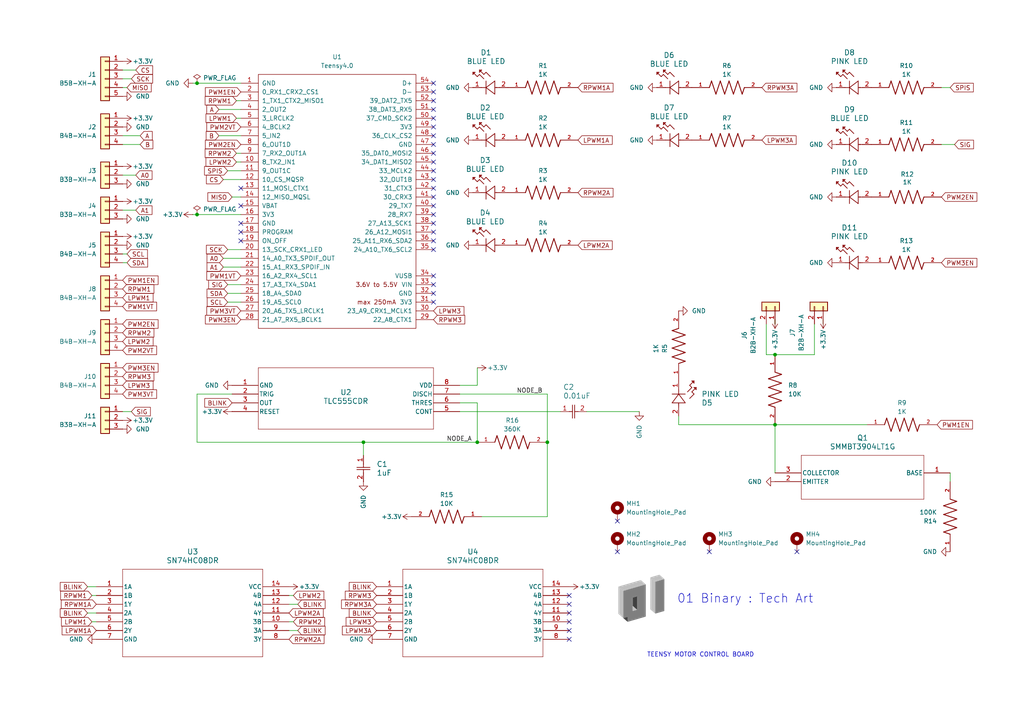
<source format=kicad_sch>
(kicad_sch (version 20250114) (generator "eeschema") (generator_version "9.0")
  (paper "A4")
  (polyline (pts (xy 180.7856 171.3838) (xy 180.7856 179.2657) (xy 179.3489 178.0169) (xy 179.3489 170.1323) (xy 180.7856 171.3838)) (stroke (width -0.0001) (type solid)) (fill (type color) (color 191 191 191 1)))
  (polyline (pts (xy 182.0477 180.3584) (xy 180.7856 179.2657) (xy 182.0477 178.9006) (xy 182.0477 180.3584)) (stroke (width -0.0001) (type solid)) (fill (type color) (color 63 63 63 1)))
  (polyline (pts (xy 190.0645 168.7062) (xy 190.046 177.9745) (xy 188.6146 176.7204) (xy 188.6305 167.4547) (xy 190.0645 168.7062)) (stroke (width -0.0001) (type solid)) (fill (type color) (color 191 191 191 1)))
  (polyline (pts (xy 184.7861 174.4291) (xy 184.7861 176.8342) (xy 183.524 175.7414) (xy 183.524 173.3364) (xy 184.7861 172.9713) (xy 184.7861 174.4291)) (stroke (width -0.0001) (type solid)) (fill (type color) (color 63 63 63 1)))
  (polyline (pts (xy 187.3023 169.4999) (xy 180.7856 171.3838) (xy 179.3489 170.1323) (xy 185.8683 168.2511) (xy 187.3023 169.4999)) (stroke (width -0.0001) (type solid)) (fill (type color) (color 191 191 191 1)))
  (polyline (pts (xy 192.6733 177.2152) (xy 190.046 177.9745) (xy 190.0645 168.7062) (xy 192.6919 167.9468) (xy 192.6733 177.2152)) (stroke (width -0.0001) (type solid)) (fill (type color) (color 127 127 127 1)))
  (polyline (pts (xy 192.6919 167.9468) (xy 190.0645 168.7062) (xy 188.6305 167.4547) (xy 191.2605 166.6953) (xy 192.6919 167.9468)) (stroke (width -0.0001) (type solid)) (fill (type color) (color 191 191 191 1)))
  (polyline (pts (xy 184.7861 176.8342) (xy 183.524 177.1993) (xy 183.524 175.7414) (xy 184.7861 176.8342)) (stroke (width -0.0001) (type solid)) (fill (type color) (color 191 191 191 1)))
  (polyline (pts (xy 187.3023 178.8397) (xy 182.0477 180.3584) (xy 182.0477 178.9006) (xy 180.7856 179.2657) (xy 180.7856 173.3364) (xy 183.524 173.3364) (xy 183.524 177.1993) (xy 184.7861 176.8342) (xy 184.7861 174.4291) (xy 184.7861 172.9713) (xy 183.524 173.3364) (xy 180.7856 173.3364) (xy 180.7856 171.3838) (xy 180.7856 171.3811) (xy 187.3023 169.4999) (xy 187.3023 178.8397)) (stroke (width -0.0001) (type solid)) (fill (type color) (color 127 127 127 1)))
  (text "TEENSY MOTOR CONTROL BOARD" (at 203.2 189.992 0) (effects (font (size 1.27 1.27))))
  (text "01 Binary : Tech Art" (at 216.154 173.736 0) (effects (font (size 2.54 2.54))))
  (junction (at 224.79 123.19))
  (junction (at 57.15 62.23))
  (junction (at 158.75 128.27))
  (junction (at 138.43 128.27))
  (junction (at 224.79 102.87))
  (junction (at 105.41 128.27))
  (junction (at 57.15 24.13))
  (no_connect (at 125.73 67.31))
  (no_connect (at 125.73 87.63))
  (no_connect (at 179.07 151.13))
  (no_connect (at 69.85 69.85))
  (no_connect (at 125.73 80.01))
  (no_connect (at 125.73 46.99))
  (no_connect (at 125.73 72.39))
  (no_connect (at 125.73 85.09))
  (no_connect (at 125.73 69.85))
  (no_connect (at 165.1 177.8))
  (no_connect (at 125.73 29.21))
  (no_connect (at 69.85 54.61))
  (no_connect (at 125.73 49.53))
  (no_connect (at 125.73 41.91))
  (no_connect (at 165.1 175.26))
  (no_connect (at 125.73 31.75))
  (no_connect (at 231.14 160.02))
  (no_connect (at 125.73 59.69))
  (no_connect (at 69.85 64.77))
  (no_connect (at 125.73 62.23))
  (no_connect (at 125.73 44.45))
  (no_connect (at 165.1 182.88))
  (no_connect (at 125.73 36.83))
  (no_connect (at 125.73 82.55))
  (no_connect (at 69.85 67.31))
  (no_connect (at 125.73 64.77))
  (no_connect (at 125.73 24.13))
  (no_connect (at 125.73 54.61))
  (no_connect (at 125.73 26.67))
  (no_connect (at 125.73 34.29))
  (no_connect (at 125.73 39.37))
  (no_connect (at 125.73 52.07))
  (no_connect (at 179.07 160.02))
  (no_connect (at 125.73 57.15))
  (no_connect (at 165.1 180.34))
  (no_connect (at 205.74 160.02))
  (no_connect (at 165.1 185.42))
  (no_connect (at 165.1 172.72))
  (no_connect (at 69.85 59.69))
  (wire (pts (xy 39.37 20.32) (xy 35.56 20.32)))
  (wire (pts (xy 66.04 72.39) (xy 69.85 72.39)))
  (wire (pts (xy 222.25 102.87) (xy 224.79 102.87)))
  (wire (pts (xy 236.22 93.98) (xy 236.22 102.87)))
  (wire (pts (xy 158.75 114.3) (xy 158.75 128.27)))
  (wire (pts (xy 38.1 119.38) (xy 35.56 119.38)))
  (wire (pts (xy 133.35 114.3) (xy 158.75 114.3)))
  (wire (pts (xy 25.4 170.18) (xy 27.94 170.18)))
  (wire (pts (xy 133.35 116.84) (xy 138.43 116.84)))
  (wire (pts (xy 57.15 62.23) (xy 69.85 62.23)))
  (wire (pts (xy 57.15 128.27) (xy 105.41 128.27)))
  (wire (pts (xy 64.77 52.07) (xy 69.85 52.07)))
  (wire (pts (xy 185.42 119.38) (xy 170.18 119.38)))
  (wire (pts (xy 40.64 39.37) (xy 35.56 39.37)))
  (wire (pts (xy 158.75 128.27) (xy 158.75 149.86)))
  (wire (pts (xy 36.83 73.66) (xy 35.56 73.66)))
  (wire (pts (xy 36.83 76.2) (xy 35.56 76.2)))
  (wire (pts (xy 26.67 172.72) (xy 27.94 172.72)))
  (wire (pts (xy 68.58 46.99) (xy 69.85 46.99)))
  (wire (pts (xy 66.04 87.63) (xy 69.85 87.63)))
  (wire (pts (xy 224.79 93.98) (xy 224.79 92.71)))
  (wire (pts (xy 133.35 119.38) (xy 162.56 119.38)))
  (wire (pts (xy 39.37 60.96) (xy 35.56 60.96)))
  (wire (pts (xy 85.09 180.34) (xy 83.82 180.34)))
  (wire (pts (xy 273.05 41.91) (xy 276.86 41.91)))
  (wire (pts (xy 273.05 25.4) (xy 275.59 25.4)))
  (wire (pts (xy 66.04 82.55) (xy 69.85 82.55)))
  (wire (pts (xy 105.41 132.08) (xy 105.41 128.27)))
  (wire (pts (xy 25.4 177.8) (xy 27.94 177.8)))
  (wire (pts (xy 39.37 50.8) (xy 35.56 50.8)))
  (wire (pts (xy 26.67 180.34) (xy 27.94 180.34)))
  (wire (pts (xy 196.85 120.65) (xy 196.85 123.19)))
  (wire (pts (xy 238.76 93.98) (xy 238.76 92.71)))
  (wire (pts (xy 68.58 44.45) (xy 69.85 44.45)))
  (wire (pts (xy 139.7 149.86) (xy 158.75 149.86)))
  (wire (pts (xy 224.79 123.19) (xy 224.79 137.16)))
  (wire (pts (xy 55.88 62.23) (xy 57.15 62.23)))
  (wire (pts (xy 138.43 111.76) (xy 133.35 111.76)))
  (wire (pts (xy 85.09 172.72) (xy 83.82 172.72)))
  (wire (pts (xy 67.31 57.15) (xy 69.85 57.15)))
  (wire (pts (xy 57.15 114.3) (xy 67.31 114.3)))
  (wire (pts (xy 66.04 49.53) (xy 69.85 49.53)))
  (wire (pts (xy 224.79 102.87) (xy 236.22 102.87)))
  (wire (pts (xy 64.77 74.93) (xy 69.85 74.93)))
  (wire (pts (xy 40.64 41.91) (xy 35.56 41.91)))
  (wire (pts (xy 224.79 123.19) (xy 251.46 123.19)))
  (wire (pts (xy 138.43 106.68) (xy 138.43 111.76)))
  (wire (pts (xy 196.85 123.19) (xy 224.79 123.19)))
  (wire (pts (xy 38.1 22.86) (xy 35.56 22.86)))
  (wire (pts (xy 63.5 39.37) (xy 69.85 39.37)))
  (wire (pts (xy 86.36 182.88) (xy 83.82 182.88)))
  (wire (pts (xy 55.88 24.13) (xy 57.15 24.13)))
  (wire (pts (xy 64.77 77.47) (xy 69.85 77.47)))
  (wire (pts (xy 66.04 85.09) (xy 69.85 85.09)))
  (wire (pts (xy 68.58 34.29) (xy 69.85 34.29)))
  (wire (pts (xy 36.83 25.4) (xy 35.56 25.4)))
  (wire (pts (xy 105.41 128.27) (xy 138.43 128.27)))
  (wire (pts (xy 68.58 29.21) (xy 69.85 29.21)))
  (wire (pts (xy 57.15 24.13) (xy 69.85 24.13)))
  (wire (pts (xy 222.25 93.98) (xy 222.25 102.87)))
  (wire (pts (xy 86.36 175.26) (xy 83.82 175.26)))
  (wire (pts (xy 275.59 137.16) (xy 275.59 139.7)))
  (wire (pts (xy 63.5 31.75) (xy 69.85 31.75)))
  (wire (pts (xy 138.43 116.84) (xy 138.43 128.27)))
  (wire (pts (xy 57.15 114.3) (xy 57.15 128.27)))
  (label "NODE_B" (at 149.86 114.3 0))
  (label "NODE_A" (at 129.54 128.27 0))
  (global_label "LPWM1" (shape input) (at 68.58 34.29 180) (property "Intersheetrefs" "${INTERSHEET_REFS}" (effects (hide yes))))
  (global_label "PWM1VT" (shape input) (at 35.56 88.9 0) (property "Intersheetrefs" "${INTERSHEET_REFS}" (effects (hide yes))))
  (global_label "CS" (shape input) (at 64.77 52.07 180) (property "Intersheetrefs" "${INTERSHEET_REFS}" (effects (hide yes))))
  (global_label "RPWM1" (shape input) (at 68.58 29.21 180) (property "Intersheetrefs" "${INTERSHEET_REFS}" (effects (hide yes))))
  (global_label "RPWM3" (shape input) (at 109.22 172.72 180) (property "Intersheetrefs" "${INTERSHEET_REFS}" (effects (hide yes))))
  (global_label "PWM3VT" (shape input) (at 35.56 114.3 0) (property "Intersheetrefs" "${INTERSHEET_REFS}" (effects (hide yes))))
  (global_label "CS" (shape input) (at 39.37 20.32 0) (property "Intersheetrefs" "${INTERSHEET_REFS}" (effects (hide yes))))
  (global_label "PWM3EN" (shape input) (at 35.56 106.68 0) (property "Intersheetrefs" "${INTERSHEET_REFS}" (effects (hide yes))))
  (global_label "LPWM2A" (shape input) (at 167.64 71.12 0) (property "Intersheetrefs" "${INTERSHEET_REFS}" (effects (hide yes))))
  (global_label "BLINK" (shape input) (at 109.22 170.18 180) (property "Intersheetrefs" "${INTERSHEET_REFS}" (effects (hide yes))))
  (global_label "LPWM2" (shape input) (at 35.56 99.06 0) (property "Intersheetrefs" "${INTERSHEET_REFS}" (effects (hide yes))))
  (global_label "PWM1EN" (shape input) (at 69.85 26.67 180) (property "Intersheetrefs" "${INTERSHEET_REFS}" (effects (hide yes))))
  (global_label "BLINK" (shape input) (at 67.31 116.84 180) (property "Intersheetrefs" "${INTERSHEET_REFS}" (effects (hide yes))))
  (global_label "A0" (shape input) (at 39.37 50.8 0) (property "Intersheetrefs" "${INTERSHEET_REFS}" (effects (hide yes))))
  (global_label "RPWM2A" (shape input) (at 83.82 185.42 0) (property "Intersheetrefs" "${INTERSHEET_REFS}" (effects (hide yes))))
  (global_label "SIG" (shape input) (at 38.1 119.38 0) (property "Intersheetrefs" "${INTERSHEET_REFS}" (effects (hide yes))))
  (global_label "A" (shape input) (at 40.64 39.37 0) (property "Intersheetrefs" "${INTERSHEET_REFS}" (effects (hide yes))))
  (global_label "RPWM3" (shape input) (at 125.73 92.71 0) (property "Intersheetrefs" "${INTERSHEET_REFS}" (effects (hide yes))))
  (global_label "LPWM3A" (shape input) (at 109.22 182.88 180) (property "Intersheetrefs" "${INTERSHEET_REFS}" (effects (hide yes))))
  (global_label "RPWM2" (shape input) (at 35.56 96.52 0) (property "Intersheetrefs" "${INTERSHEET_REFS}" (effects (hide yes))))
  (global_label "PWM2EN" (shape input) (at 35.56 93.98 0) (property "Intersheetrefs" "${INTERSHEET_REFS}" (effects (hide yes))))
  (global_label "RPWM1A" (shape input) (at 27.94 175.26 180) (property "Intersheetrefs" "${INTERSHEET_REFS}" (effects (hide yes))))
  (global_label "RPWM2A" (shape input) (at 167.64 55.88 0) (property "Intersheetrefs" "${INTERSHEET_REFS}" (effects (hide yes))))
  (global_label "BLINK" (shape input) (at 25.4 177.8 180) (property "Intersheetrefs" "${INTERSHEET_REFS}" (effects (hide yes))))
  (global_label "B" (shape input) (at 63.5 39.37 180) (property "Intersheetrefs" "${INTERSHEET_REFS}" (effects (hide yes))))
  (global_label "SPIS" (shape input) (at 275.59 25.4 0) (property "Intersheetrefs" "${INTERSHEET_REFS}" (effects (hide yes))))
  (global_label "PWM2VT" (shape input) (at 35.56 101.6 0) (property "Intersheetrefs" "${INTERSHEET_REFS}" (effects (hide yes))))
  (global_label "A" (shape input) (at 63.5 31.75 180) (property "Intersheetrefs" "${INTERSHEET_REFS}" (effects (hide yes))))
  (global_label "PWM3VT" (shape input) (at 69.85 90.17 180) (property "Intersheetrefs" "${INTERSHEET_REFS}" (effects (hide yes))))
  (global_label "LPWM2" (shape input) (at 68.58 46.99 180) (property "Intersheetrefs" "${INTERSHEET_REFS}" (effects (hide yes))))
  (global_label "PWM2EN" (shape input) (at 273.05 57.15 0) (property "Intersheetrefs" "${INTERSHEET_REFS}" (effects (hide yes))))
  (global_label "LPWM1" (shape input) (at 26.67 180.34 180) (property "Intersheetrefs" "${INTERSHEET_REFS}" (effects (hide yes))))
  (global_label "PWM1VT" (shape input) (at 69.85 80.01 180) (property "Intersheetrefs" "${INTERSHEET_REFS}" (effects (hide yes))))
  (global_label "LPWM1A" (shape input) (at 167.64 40.64 0) (property "Intersheetrefs" "${INTERSHEET_REFS}" (effects (hide yes))))
  (global_label "SCK" (shape input) (at 38.1 22.86 0) (property "Intersheetrefs" "${INTERSHEET_REFS}" (effects (hide yes))))
  (global_label "SDA" (shape input) (at 66.04 85.09 180) (property "Intersheetrefs" "${INTERSHEET_REFS}" (effects (hide yes))))
  (global_label "PWM1EN" (shape input) (at 271.78 123.19 0) (property "Intersheetrefs" "${INTERSHEET_REFS}" (effects (hide yes))))
  (global_label "BLINK" (shape input) (at 86.36 175.26 0) (property "Intersheetrefs" "${INTERSHEET_REFS}" (effects (hide yes))))
  (global_label "SCL" (shape input) (at 36.83 73.66 0) (property "Intersheetrefs" "${INTERSHEET_REFS}" (effects (hide yes))))
  (global_label "RPWM3A" (shape input) (at 109.22 175.26 180) (property "Intersheetrefs" "${INTERSHEET_REFS}" (effects (hide yes))))
  (global_label "LPWM1A" (shape input) (at 27.94 182.88 180) (property "Intersheetrefs" "${INTERSHEET_REFS}" (effects (hide yes))))
  (global_label "BLINK" (shape input) (at 86.36 182.88 0) (property "Intersheetrefs" "${INTERSHEET_REFS}" (effects (hide yes))))
  (global_label "PWM2VT" (shape input) (at 69.85 36.83 180) (property "Intersheetrefs" "${INTERSHEET_REFS}" (effects (hide yes))))
  (global_label "A1" (shape input) (at 64.77 77.47 180) (property "Intersheetrefs" "${INTERSHEET_REFS}" (effects (hide yes))))
  (global_label "RPWM3A" (shape input) (at 220.98 25.4 0) (property "Intersheetrefs" "${INTERSHEET_REFS}" (effects (hide yes))))
  (global_label "RPWM1" (shape input) (at 26.67 172.72 180) (property "Intersheetrefs" "${INTERSHEET_REFS}" (effects (hide yes))))
  (global_label "MISO" (shape input) (at 67.31 57.15 180) (property "Intersheetrefs" "${INTERSHEET_REFS}" (effects (hide yes))))
  (global_label "SIG" (shape input) (at 276.86 41.91 0) (property "Intersheetrefs" "${INTERSHEET_REFS}" (effects (hide yes))))
  (global_label "RPWM2" (shape input) (at 68.58 44.45 180) (property "Intersheetrefs" "${INTERSHEET_REFS}" (effects (hide yes))))
  (global_label "SPIS" (shape input) (at 66.04 49.53 180) (property "Intersheetrefs" "${INTERSHEET_REFS}" (effects (hide yes))))
  (global_label "LPWM3A" (shape input) (at 220.98 40.64 0) (property "Intersheetrefs" "${INTERSHEET_REFS}" (effects (hide yes))))
  (global_label "PWM3EN" (shape input) (at 273.05 76.2 0) (property "Intersheetrefs" "${INTERSHEET_REFS}" (effects (hide yes))))
  (global_label "RPWM2" (shape input) (at 85.09 180.34 0) (property "Intersheetrefs" "${INTERSHEET_REFS}" (effects (hide yes))))
  (global_label "RPWM3" (shape input) (at 35.56 109.22 0) (property "Intersheetrefs" "${INTERSHEET_REFS}" (effects (hide yes))))
  (global_label "BLINK" (shape input) (at 25.4 170.18 180) (property "Intersheetrefs" "${INTERSHEET_REFS}" (effects (hide yes))))
  (global_label "SDA" (shape input) (at 36.83 76.2 0) (property "Intersheetrefs" "${INTERSHEET_REFS}" (effects (hide yes))))
  (global_label "PWM2EN" (shape input) (at 69.85 41.91 180) (property "Intersheetrefs" "${INTERSHEET_REFS}" (effects (hide yes))))
  (global_label "LPWM3" (shape input) (at 35.56 111.76 0) (property "Intersheetrefs" "${INTERSHEET_REFS}" (effects (hide yes))))
  (global_label "LPWM3" (shape input) (at 125.73 90.17 0) (property "Intersheetrefs" "${INTERSHEET_REFS}" (effects (hide yes))))
  (global_label "A1" (shape input) (at 39.37 60.96 0) (property "Intersheetrefs" "${INTERSHEET_REFS}" (effects (hide yes))))
  (global_label "RPWM1A" (shape input) (at 167.64 25.4 0) (property "Intersheetrefs" "${INTERSHEET_REFS}" (effects (hide yes))))
  (global_label "A0" (shape input) (at 64.77 74.93 180) (property "Intersheetrefs" "${INTERSHEET_REFS}" (effects (hide yes))))
  (global_label "LPWM2" (shape input) (at 85.09 172.72 0) (property "Intersheetrefs" "${INTERSHEET_REFS}" (effects (hide yes))))
  (global_label "BLINK" (shape input) (at 109.22 177.8 180) (property "Intersheetrefs" "${INTERSHEET_REFS}" (effects (hide yes))))
  (global_label "SIG" (shape input) (at 66.04 82.55 180) (property "Intersheetrefs" "${INTERSHEET_REFS}" (effects (hide yes))))
  (global_label "RPWM1" (shape input) (at 35.56 83.82 0) (property "Intersheetrefs" "${INTERSHEET_REFS}" (effects (hide yes))))
  (global_label "B" (shape input) (at 40.64 41.91 0) (property "Intersheetrefs" "${INTERSHEET_REFS}" (effects (hide yes))))
  (global_label "MISO" (shape input) (at 36.83 25.4 0) (property "Intersheetrefs" "${INTERSHEET_REFS}" (effects (hide yes))))
  (global_label "SCL" (shape input) (at 66.04 87.63 180) (property "Intersheetrefs" "${INTERSHEET_REFS}" (effects (hide yes))))
  (global_label "PWM1EN" (shape input) (at 35.56 81.28 0) (property "Intersheetrefs" "${INTERSHEET_REFS}" (effects (hide yes))))
  (global_label "PWM3EN" (shape input) (at 69.85 92.71 180) (property "Intersheetrefs" "${INTERSHEET_REFS}" (effects (hide yes))))
  (global_label "SCK" (shape input) (at 66.04 72.39 180) (property "Intersheetrefs" "${INTERSHEET_REFS}" (effects (hide yes))))
  (global_label "LPWM2A" (shape input) (at 83.82 177.8 0) (property "Intersheetrefs" "${INTERSHEET_REFS}" (effects (hide yes))))
  (global_label "LPWM3" (shape input) (at 109.22 180.34 180) (property "Intersheetrefs" "${INTERSHEET_REFS}" (effects (hide yes))))
  (global_label "LPWM1" (shape input) (at 35.56 86.36 0) (property "Intersheetrefs" "${INTERSHEET_REFS}" (effects (hide yes))))
  (symbol (lib_id "power:GND") (at 137.16 25.4 270) (unit 1)
    (property "Reference" "#PWR022" (effects (hide yes)))
    (property "Value" "GND" (at 133.35 25.3999 90) (effects (justify right)))
    (property "Description" "Power symbol creates a global label with name \"GND\" , ground" (effects (hide yes)))
  )
  (symbol (lib_id "RCG06031K00FKEA:RCG06031K00FKEA") (at 261.62 123.19 0) (unit 1)
    (property "Reference" "R9" (at 261.62 116.84 0))
    (property "Value" "1K" (at 261.62 119.38 0))
    (property "Footprint" "RCG06031K00FKEA:RCG06031K00FKEA" (effects (hide yes)))
  )
  (symbol (lib_id "Connector_Generic:Conn_01x03") (at 30.48 60.96 0) (mirror y) (unit 1)
    (property "Reference" "J4" (at 27.94 59.6899 0) (effects (justify left)))
    (property "Value" "B3B-XH-A" (at 27.94 62.2299 0) (effects (justify left)))
    (property "Footprint" "Connector_JST:JST_XH_B3B-XH-A_1x03_P2.50mm_Vertical" (effects (hide yes)))
    (property "Description" "Generic connector, single row, 01x03, script generated (kicad-library-utils/schlib/autogen/connector/)" (effects (hide yes)))
  )
  (symbol (lib_id "power:GND") (at 224.79 139.7 270) (unit 1)
    (property "Reference" "#PWR033" (effects (hide yes)))
    (property "Value" "GND" (at 220.98 139.6999 90) (effects (justify right)))
    (property "Description" "Power symbol creates a global label with name \"GND\" , ground" (effects (hide yes)))
  )
  (symbol (lib_id "RCG06031K00FKEA:RCG06031K00FKEA") (at 157.48 71.12 0) (unit 1)
    (property "Reference" "R4" (at 157.48 64.77 0))
    (property "Value" "1K" (at 157.48 67.31 0))
    (property "Footprint" "RCG06031K00FKEA:RCG06031K00FKEA" (effects (hide yes)))
  )
  (symbol (lib_id "CRCW060310K0FKEA:CRCW060310K0FKEA") (at 129.54 149.86 180) (unit 1)
    (property "Reference" "R15" (at 129.54 143.51 0))
    (property "Value" "10K" (at 129.54 146.05 0))
    (property "Footprint" "CRCW060310K0FKEA:CRCW060310K0FKEA" (effects (hide yes)))
  )
  (symbol (lib_id "power:GND") (at 137.16 55.88 270) (unit 1)
    (property "Reference" "#PWR024" (effects (hide yes)))
    (property "Value" "GND" (at 133.35 55.8799 90) (effects (justify right)))
    (property "Description" "Power symbol creates a global label with name \"GND\" , ground" (effects (hide yes)))
  )
  (symbol (lib_id "TLC555CDR:TLC555CDR") (at 67.31 111.76 0) (unit 1)
    (property "Reference" "U2" (at 100.33 113.792 0) (effects (font (size 1.524 1.524))))
    (property "Value" "TLC555CDR" (at 100.33 116.332 0) (effects (font (size 1.524 1.524))))
    (property "Footprint" "TLC555CDR:TLC555CDR" (effects (hide yes)))
    (property "Datasheet" "https://www.ti.com/lit/gpn/tlc555" (effects (hide yes)))
  )
  (symbol (lib_id "XL-2012UPC:XL-2012SURC") (at 252.73 76.2 0) (mirror y) (unit 1)
    (property "Reference" "D11" (at 246.38 66.04 0) (effects (font (size 1.524 1.524))))
    (property "Value" "PINK LED" (at 246.38 68.58 0) (effects (font (size 1.524 1.524))))
    (property "Footprint" "XL-2012UPC:LED_XL-2012SURC_XLG" (effects (hide yes)))
    (property "Datasheet" "XL-2012SURC" (effects (hide yes)))
  )
  (symbol (lib_id "power:GND") (at 105.41 139.7 0) (mirror y) (unit 1)
    (property "Reference" "#PWR019" (effects (hide yes)))
    (property "Value" "GND" (at 105.4101 143.51 90) (effects (justify right)))
    (property "Description" "Power symbol creates a global label with name \"GND\" , ground" (effects (hide yes)))
  )
  (symbol (lib_id "CC0603JRX7R7BB105:CC0603JRX7R7BB105") (at 105.41 132.08 270) (unit 1)
    (property "Reference" "C1" (at 109.22 134.6199 90) (effects (font (size 1.524 1.524)) (justify left)))
    (property "Value" "1uF" (at 109.22 137.1599 90) (effects (font (size 1.524 1.524)) (justify left)))
    (property "Footprint" "CC0603JRX7R7BB105:CC0603JRX7R7BB105" (effects (hide yes)))
    (property "Datasheet" "CC0603JRX7R7BB105" (effects (hide yes)))
  )
  (symbol (lib_id "power:GND") (at 35.56 124.46 90) (mirror x) (unit 1)
    (property "Reference" "#PWR011" (effects (hide yes)))
    (property "Value" "GND" (at 39.37 124.4599 90) (effects (justify right)))
    (property "Description" "Power symbol creates a global label with name \"GND\" , ground" (effects (hide yes)))
  )
  (symbol (lib_id "CRCW0603100KFKEA:CRCW0603100KFKEA") (at 275.59 149.86 90) (unit 1)
    (property "Reference" "R14" (at 271.78 151.1301 90) (effects (justify left)))
    (property "Value" "100K" (at 271.78 148.5901 90) (effects (justify left)))
    (property "Footprint" "CRCW0603100KFKEA:CRCW0603100KFKEA" (effects (hide yes)))
  )
  (symbol (lib_id "Mechanical:MountingHole_Pad") (at 231.14 157.48 0) (unit 1) (in_bom no)
    (property "Reference" "MH4" (at 233.68 154.9399 0) (effects (justify left)))
    (property "Value" "MountingHole_Pad" (at 233.68 157.4799 0) (effects (justify left)))
    (property "Footprint" "MountingHole:MountingHole_3.2mm_M3_ISO7380_Pad" (effects (hide yes)))
    (property "Description" "Mounting Hole with connection" (effects (hide yes)))
  )
  (symbol (lib_id "RCG06031K00FKEA:RCG06031K00FKEA") (at 262.89 76.2 0) (unit 1)
    (property "Reference" "R13" (at 262.89 69.85 0))
    (property "Value" "1K" (at 262.89 72.39 0))
    (property "Footprint" "RCG06031K00FKEA:RCG06031K00FKEA" (effects (hide yes)))
  )
  (symbol (lib_id "CRCW060310K0FKEA:CRCW060310K0FKEA") (at 224.79 113.03 270) (unit 1)
    (property "Reference" "R8" (at 228.6 111.7599 90) (effects (justify left)))
    (property "Value" "10K" (at 228.6 114.2999 90) (effects (justify left)))
    (property "Footprint" "CRCW060310K0FKEA:CRCW060310K0FKEA" (effects (hide yes)))
  )
  (symbol (lib_id "power:+3.3V") (at 55.88 62.23 90) (unit 1)
    (property "Reference" "#PWR017" (effects (hide yes)))
    (property "Value" "+3.3V" (at 50.038 62.23 90))
    (property "Description" "Power symbol creates a global label with name \"+3.3V\"" (effects (hide yes)))
  )
  (symbol (lib_id "Mechanical:MountingHole_Pad") (at 179.07 157.48 0) (unit 1) (in_bom no)
    (property "Reference" "MH2" (at 181.61 154.9399 0) (effects (justify left)))
    (property "Value" "MountingHole_Pad" (at 181.61 157.4799 0) (effects (justify left)))
    (property "Footprint" "MountingHole:MountingHole_3.2mm_M3_ISO7380_Pad" (effects (hide yes)))
    (property "Description" "Mounting Hole with connection" (effects (hide yes)))
  )
  (symbol (lib_id "Connector_Generic:Conn_01x04") (at 30.48 96.52 0) (mirror y) (unit 1)
    (property "Reference" "J9" (at 27.94 96.5199 0) (effects (justify left)))
    (property "Value" "B4B-XH-A" (at 27.94 99.0599 0) (effects (justify left)))
    (property "Footprint" "Connector_JST:JST_XH_B4B-XH-A_1x04_P2.50mm_Vertical" (effects (hide yes)))
    (property "Description" "Generic connector, single row, 01x04, script generated (kicad-library-utils/schlib/autogen/connector/)" (effects (hide yes)))
  )
  (symbol (lib_id "RCG06031K00FKEA:RCG06031K00FKEA") (at 210.82 25.4 0) (unit 1)
    (property "Reference" "R6" (at 210.82 19.05 0))
    (property "Value" "1K" (at 210.82 21.59 0))
    (property "Footprint" "RCG06031K00FKEA:RCG06031K00FKEA" (effects (hide yes)))
  )
  (symbol (lib_id "power:+3.3V") (at 35.56 58.42 270) (mirror x) (unit 1)
    (property "Reference" "#PWR06" (effects (hide yes)))
    (property "Value" "+3.3V" (at 41.402 58.42 90))
    (property "Description" "Power symbol creates a global label with name \"+3.3V\"" (effects (hide yes)))
  )
  (symbol (lib_id "RCG06031K00FKEA:RCG06031K00FKEA") (at 262.89 25.4 0) (unit 1)
    (property "Reference" "R10" (at 262.89 19.05 0))
    (property "Value" "1K" (at 262.89 21.59 0))
    (property "Footprint" "RCG06031K00FKEA:RCG06031K00FKEA" (effects (hide yes)))
  )
  (symbol (lib_id "power:+3.3V") (at 35.56 48.26 270) (mirror x) (unit 1)
    (property "Reference" "#PWR08" (effects (hide yes)))
    (property "Value" "+3.3V" (at 41.402 48.26 90))
    (property "Description" "Power symbol creates a global label with name \"+3.3V\"" (effects (hide yes)))
  )
  (symbol (lib_id "Connector_Generic:Conn_01x04") (at 30.48 83.82 0) (mirror y) (unit 1)
    (property "Reference" "J8" (at 27.94 83.8199 0) (effects (justify left)))
    (property "Value" "B4B-XH-A" (at 27.94 86.3599 0) (effects (justify left)))
    (property "Footprint" "Connector_JST:JST_XH_B4B-XH-A_1x04_P2.50mm_Vertical" (effects (hide yes)))
    (property "Description" "Generic connector, single row, 01x04, script generated (kicad-library-utils/schlib/autogen/connector/)" (effects (hide yes)))
  )
  (symbol (lib_id "150080BS75000:150080BS75000") (at 147.32 25.4 0) (mirror y) (unit 1)
    (property "Reference" "D1" (at 140.97 15.24 0) (effects (font (size 1.524 1.524))))
    (property "Value" "BLUE LED" (at 140.97 17.78 0) (effects (font (size 1.524 1.524))))
    (property "Footprint" "150080BS75000:150080BS75000_Modified" (effects (hide yes)))
    (property "Datasheet" "https://www.we-online.com/catalog/datasheet/150080BS75000.pdf" (effects (hide yes)))
  )
  (symbol (lib_id "power:+3.3V") (at 35.56 17.78 270) (mirror x) (unit 1)
    (property "Reference" "#PWR04" (effects (hide yes)))
    (property "Value" "+3.3V" (at 41.402 17.78 90))
    (property "Description" "Power symbol creates a global label with name \"+3.3V\"" (effects (hide yes)))
  )
  (symbol (lib_id "power:+3.3V") (at 238.76 92.71 0) (mirror x) (unit 1)
    (property "Reference" "#PWR034" (effects (hide yes)))
    (property "Value" "+3.3V" (at 238.76 98.552 90))
    (property "Description" "Power symbol creates a global label with name \"+3.3V\"" (effects (hide yes)))
  )
  (symbol (lib_id "power:GND") (at 242.57 41.91 270) (unit 1)
    (property "Reference" "#PWR036" (effects (hide yes)))
    (property "Value" "GND" (at 238.76 41.9099 90) (effects (justify right)))
    (property "Description" "Power symbol creates a global label with name \"GND\" , ground" (effects (hide yes)))
  )
  (symbol (lib_id "power:+3.3V") (at 67.31 119.38 90) (unit 1)
    (property "Reference" "#PWR015" (effects (hide yes)))
    (property "Value" "+3.3V" (at 61.468 119.38 90))
    (property "Description" "Power symbol creates a global label with name \"+3.3V\"" (effects (hide yes)))
  )
  (symbol (lib_id "power:GND") (at 35.56 27.94 90) (mirror x) (unit 1)
    (property "Reference" "#PWR05" (effects (hide yes)))
    (property "Value" "GND" (at 39.37 27.9399 90) (effects (justify right)))
    (property "Description" "Power symbol creates a global label with name \"GND\" , ground" (effects (hide yes)))
  )
  (symbol (lib_id "power:GND") (at 242.57 76.2 270) (unit 1)
    (property "Reference" "#PWR038" (effects (hide yes)))
    (property "Value" "GND" (at 238.76 76.1999 90) (effects (justify right)))
    (property "Description" "Power symbol creates a global label with name \"GND\" , ground" (effects (hide yes)))
  )
  (symbol (lib_id "Mechanical:MountingHole_Pad") (at 205.74 157.48 0) (unit 1) (in_bom no)
    (property "Reference" "MH3" (at 208.28 154.9399 0) (effects (justify left)))
    (property "Value" "MountingHole_Pad" (at 208.28 157.4799 0) (effects (justify left)))
    (property "Footprint" "MountingHole:MountingHole_3.2mm_M3_ISO7380_Pad" (effects (hide yes)))
    (property "Description" "Mounting Hole with connection" (effects (hide yes)))
  )
  (symbol (lib_id "power:+3.3V") (at 83.82 170.18 270) (mirror x) (unit 1)
    (property "Reference" "#PWR018" (effects (hide yes)))
    (property "Value" "+3.3V" (at 89.662 170.18 90))
    (property "Description" "Power symbol creates a global label with name \"+3.3V\"" (effects (hide yes)))
  )
  (symbol (lib_id "power:GND") (at 242.57 25.4 270) (unit 1)
    (property "Reference" "#PWR035" (effects (hide yes)))
    (property "Value" "GND" (at 238.76 25.3999 90) (effects (justify right)))
    (property "Description" "Power symbol creates a global label with name \"GND\" , ground" (effects (hide yes)))
  )
  (symbol (lib_id "power:+3.3V") (at 224.79 92.71 0) (mirror x) (unit 1)
    (property "Reference" "#PWR032" (effects (hide yes)))
    (property "Value" "+3.3V" (at 224.79 98.552 90))
    (property "Description" "Power symbol creates a global label with name \"+3.3V\"" (effects (hide yes)))
  )
  (symbol (lib_id "150080BS75000:150080BS75000") (at 252.73 41.91 0) (mirror y) (unit 1)
    (property "Reference" "D9" (at 246.38 31.75 0) (effects (font (size 1.524 1.524))))
    (property "Value" "BLUE LED" (at 246.38 34.29 0) (effects (font (size 1.524 1.524))))
    (property "Footprint" "150080BS75000:150080BS75000_Modified" (effects (hide yes)))
    (property "Datasheet" "https://www.we-online.com/catalog/datasheet/150080BS75000.pdf" (effects (hide yes)))
  )
  (symbol (lib_id "power:GND") (at 137.16 71.12 270) (unit 1)
    (property "Reference" "#PWR025" (effects (hide yes)))
    (property "Value" "GND" (at 133.35 71.1199 90) (effects (justify right)))
    (property "Description" "Power symbol creates a global label with name \"GND\" , ground" (effects (hide yes)))
  )
  (symbol (lib_id "power:+3.3V") (at 35.56 34.29 270) (mirror x) (unit 1)
    (property "Reference" "#PWR02" (effects (hide yes)))
    (property "Value" "+3.3V" (at 41.402 34.29 90))
    (property "Description" "Power symbol creates a global label with name \"+3.3V\"" (effects (hide yes)))
  )
  (symbol (lib_id "Connector_Generic:Conn_01x02") (at 224.79 88.9 270) (mirror x) (unit 1)
    (property "Reference" "J6" (at 215.9 97.282 0))
    (property "Value" "B2B-XH-A" (at 218.44 97.282 0))
    (property "Footprint" "Connector_JST:JST_XH_B2B-XH-A_1x02_P2.50mm_Vertical" (effects (hide yes)))
    (property "Description" "Generic connector, single row, 01x02, script generated (kicad-library-utils/schlib/autogen/connector/)" (effects (hide yes)))
  )
  (symbol (lib_id "power:+3.3V") (at 138.43 106.68 270) (mirror x) (unit 1)
    (property "Reference" "#PWR026" (effects (hide yes)))
    (property "Value" "+3.3V" (at 144.272 106.68 90))
    (property "Description" "Power symbol creates a global label with name \"+3.3V\"" (effects (hide yes)))
  )
  (symbol (lib_id "power:GND") (at 55.88 24.13 270) (unit 1)
    (property "Reference" "#PWR016" (effects (hide yes)))
    (property "Value" "GND" (at 52.07 24.1299 90) (effects (justify right)))
    (property "Description" "Power symbol creates a global label with name \"GND\" , ground" (effects (hide yes)))
  )
  (symbol (lib_id "SMMBT3904LT1G:SMMBT3904LT1G") (at 275.59 137.16 0) (mirror y) (unit 1)
    (property "Reference" "Q1" (at 250.19 127 0) (effects (font (size 1.524 1.524))))
    (property "Value" "SMMBT3904LT1G" (at 250.19 129.54 0) (effects (font (size 1.524 1.524))))
    (property "Footprint" "SMMBT3904LT1G:SMMBT3904LT1G" (effects (hide yes)))
    (property "Datasheet" "SMMBT3904LT1G" (effects (hide yes)))
  )
  (symbol (lib_id "Connector_Generic:Conn_01x04") (at 30.48 36.83 0) (mirror y) (unit 1)
    (property "Reference" "J2" (at 27.94 36.8299 0) (effects (justify left)))
    (property "Value" "B4B-XH-A" (at 27.94 39.3699 0) (effects (justify left)))
    (property "Footprint" "Connector_JST:JST_XH_B4B-XH-A_1x04_P2.50mm_Vertical" (effects (hide yes)))
    (property "Description" "Generic connector, single row, 01x04, script generated (kicad-library-utils/schlib/autogen/connector/)" (effects (hide yes)))
  )
  (symbol (lib_id "power:GND") (at 190.5 40.64 270) (unit 1)
    (property "Reference" "#PWR030" (effects (hide yes)))
    (property "Value" "GND" (at 186.69 40.6399 90) (effects (justify right)))
    (property "Description" "Power symbol creates a global label with name \"GND\" , ground" (effects (hide yes)))
  )
  (symbol (lib_id "power:+3.3V") (at 119.38 149.86 90) (unit 1)
    (property "Reference" "#PWR021" (effects (hide yes)))
    (property "Value" "+3.3V" (at 113.538 149.86 90))
    (property "Description" "Power symbol creates a global label with name \"+3.3V\"" (effects (hide yes)))
  )
  (symbol (lib_id "RCG06031K00FKEA:RCG06031K00FKEA") (at 157.48 40.64 0) (unit 1)
    (property "Reference" "R2" (at 157.48 34.29 0))
    (property "Value" "1K" (at 157.48 36.83 0))
    (property "Footprint" "RCG06031K00FKEA:RCG06031K00FKEA" (effects (hide yes)))
  )
  (symbol (lib_id "RCG06031K00FKEA:RCG06031K00FKEA") (at 210.82 40.64 0) (unit 1)
    (property "Reference" "R7" (at 210.82 34.29 0))
    (property "Value" "1K" (at 210.82 36.83 0))
    (property "Footprint" "RCG06031K00FKEA:RCG06031K00FKEA" (effects (hide yes)))
  )
  (symbol (lib_id "SN74HC08DR:SN74HC08DR") (at 27.94 170.18 0) (unit 1)
    (property "Reference" "U3" (at 55.88 160.02 0) (effects (font (size 1.524 1.524))))
    (property "Value" "SN74HC08DR" (at 55.88 162.56 0) (effects (font (size 1.524 1.524))))
    (property "Footprint" "SN74HC08DR:SN74HC08DR" (effects (hide yes)))
    (property "Datasheet" "https://www.ti.com/lit/gpn/sn74hc08" (effects (hide yes)))
  )
  (symbol (lib_id "150080BS75000:150080BS75000") (at 147.32 40.64 0) (mirror y) (unit 1)
    (property "Reference" "D2" (at 140.716 31.242 0) (effects (font (size 1.524 1.524))))
    (property "Value" "BLUE LED" (at 140.716 33.782 0) (effects (font (size 1.524 1.524))))
    (property "Footprint" "150080BS75000:150080BS75000_Modified" (effects (hide yes)))
    (property "Datasheet" "https://www.we-online.com/catalog/datasheet/150080BS75000.pdf" (effects (hide yes)))
  )
  (symbol (lib_id "150080BS75000:150080BS75000") (at 200.66 40.64 0) (mirror y) (unit 1)
    (property "Reference" "D7" (at 194.056 31.242 0) (effects (font (size 1.524 1.524))))
    (property "Value" "BLUE LED" (at 194.056 33.782 0) (effects (font (size 1.524 1.524))))
    (property "Footprint" "150080BS75000:150080BS75000_Modified" (effects (hide yes)))
    (property "Datasheet" "https://www.we-online.com/catalog/datasheet/150080BS75000.pdf" (effects (hide yes)))
  )
  (symbol (lib_id "150080BS75000:150080BS75000") (at 200.66 25.4 0) (mirror y) (unit 1)
    (property "Reference" "D6" (at 194.056 16.002 0) (effects (font (size 1.524 1.524))))
    (property "Value" "BLUE LED" (at 194.056 18.542 0) (effects (font (size 1.524 1.524))))
    (property "Footprint" "150080BS75000:150080BS75000_Modified" (effects (hide yes)))
    (property "Datasheet" "https://www.we-online.com/catalog/datasheet/150080BS75000.pdf" (effects (hide yes)))
  )
  (symbol (lib_id "power:GND") (at 242.57 57.15 270) (unit 1)
    (property "Reference" "#PWR037" (effects (hide yes)))
    (property "Value" "GND" (at 238.76 57.1499 90) (effects (justify right)))
    (property "Description" "Power symbol creates a global label with name \"GND\" , ground" (effects (hide yes)))
  )
  (symbol (lib_id "power:GND") (at 185.42 119.38 0) (unit 1)
    (property "Reference" "#PWR028" (effects (hide yes)))
    (property "Value" "GND" (at 185.4199 123.19 90) (effects (justify right)))
    (property "Description" "Power symbol creates a global label with name \"GND\" , ground" (effects (hide yes)))
  )
  (symbol (lib_id "power:GND") (at 27.94 185.42 270) (unit 1)
    (property "Reference" "#PWR01" (effects (hide yes)))
    (property "Value" "GND" (at 24.13 185.4199 90) (effects (justify right)))
    (property "Description" "Power symbol creates a global label with name \"GND\" , ground" (effects (hide yes)))
  )
  (symbol (lib_id "Teensy:Teensy4.0") (at 97.79 58.42 0) (unit 1)
    (property "Reference" "U1" (at 97.79 16.51 0))
    (property "Value" "Teensy4.0" (at 97.79 19.05 0))
    (property "Footprint" "Teensy:Teensy40_SMT" (effects (hide yes)))
  )
  (symbol (lib_id "150080BS75000:150080BS75000") (at 147.32 55.88 0) (mirror y) (unit 1)
    (property "Reference" "D3" (at 140.716 46.482 0) (effects (font (size 1.524 1.524))))
    (property "Value" "BLUE LED" (at 140.716 49.022 0) (effects (font (size 1.524 1.524))))
    (property "Footprint" "150080BS75000:150080BS75000_Modified" (effects (hide yes)))
    (property "Datasheet" "https://www.we-online.com/catalog/datasheet/150080BS75000.pdf" (effects (hide yes)))
  )
  (symbol (lib_id "power:GND") (at 196.85 90.17 90) (unit 1)
    (property "Reference" "#PWR031" (effects (hide yes)))
    (property "Value" "GND" (at 200.66 90.1701 90) (effects (justify right)))
    (property "Description" "Power symbol creates a global label with name \"GND\" , ground" (effects (hide yes)))
  )
  (symbol (lib_id "power:+3.3V") (at 35.56 121.92 270) (mirror x) (unit 1)
    (property "Reference" "#PWR010" (effects (hide yes)))
    (property "Value" "+3.3V" (at 41.402 121.92 90))
    (property "Description" "Power symbol creates a global label with name \"+3.3V\"" (effects (hide yes)))
  )
  (symbol (lib_id "power:PWR_FLAG") (at 57.15 62.23 0) (unit 1)
    (property "Reference" "#FLG01" (effects (hide yes)))
    (property "Value" "PWR_FLAG" (at 63.754 60.706 0))
    (property "Description" "Special symbol for telling ERC where power comes from" (effects (hide yes)))
  )
  (symbol (lib_id "power:GND") (at 275.59 160.02 270) (mirror x) (unit 1)
    (property "Reference" "#PWR039" (effects (hide yes)))
    (property "Value" "GND" (at 271.78 160.0201 90) (effects (justify right)))
    (property "Description" "Power symbol creates a global label with name \"GND\" , ground" (effects (hide yes)))
  )
  (symbol (lib_id "150080BS75000:150080BS75000") (at 147.32 71.12 0) (mirror y) (unit 1)
    (property "Reference" "D4" (at 140.716 61.722 0) (effects (font (size 1.524 1.524))))
    (property "Value" "BLUE LED" (at 140.716 64.262 0) (effects (font (size 1.524 1.524))))
    (property "Footprint" "150080BS75000:150080BS75000_Modified" (effects (hide yes)))
    (property "Datasheet" "https://www.we-online.com/catalog/datasheet/150080BS75000.pdf" (effects (hide yes)))
  )
  (symbol (lib_id "power:GND") (at 137.16 40.64 270) (unit 1)
    (property "Reference" "#PWR023" (effects (hide yes)))
    (property "Value" "GND" (at 133.35 40.6399 90) (effects (justify right)))
    (property "Description" "Power symbol creates a global label with name \"GND\" , ground" (effects (hide yes)))
  )
  (symbol (lib_id "Connector_Generic:Conn_01x03") (at 30.48 50.8 0) (mirror y) (unit 1)
    (property "Reference" "J3" (at 27.94 49.5299 0) (effects (justify left)))
    (property "Value" "B3B-XH-A" (at 27.94 52.0699 0) (effects (justify left)))
    (property "Footprint" "Connector_JST:JST_XH_B3B-XH-A_1x03_P2.50mm_Vertical" (effects (hide yes)))
    (property "Description" "Generic connector, single row, 01x03, script generated (kicad-library-utils/schlib/autogen/connector/)" (effects (hide yes)))
  )
  (symbol (lib_id "power:+3.3V") (at 165.1 170.18 270) (mirror x) (unit 1)
    (property "Reference" "#PWR027" (effects (hide yes)))
    (property "Value" "+3.3V" (at 170.942 170.18 90))
    (property "Description" "Power symbol creates a global label with name \"+3.3V\"" (effects (hide yes)))
  )
  (symbol (lib_id "SN74HC08DR:SN74HC08DR") (at 109.22 170.18 0) (unit 1)
    (property "Reference" "U4" (at 137.16 160.02 0) (effects (font (size 1.524 1.524))))
    (property "Value" "SN74HC08DR" (at 137.16 162.56 0) (effects (font (size 1.524 1.524))))
    (property "Footprint" "SN74HC08DR:SN74HC08DR" (effects (hide yes)))
    (property "Datasheet" "https://www.ti.com/lit/gpn/sn74hc08" (effects (hide yes)))
  )
  (symbol (lib_id "RCG06031K00FKEA:RCG06031K00FKEA") (at 262.89 57.15 0) (unit 1)
    (property "Reference" "R12" (at 263.144 50.546 0))
    (property "Value" "1K" (at 263.144 52.832 0))
    (property "Footprint" "RCG06031K00FKEA:RCG06031K00FKEA" (effects (hide yes)))
  )
  (symbol (lib_id "power:GND") (at 190.5 25.4 270) (unit 1)
    (property "Reference" "#PWR029" (effects (hide yes)))
    (property "Value" "GND" (at 186.69 25.3999 90) (effects (justify right)))
    (property "Description" "Power symbol creates a global label with name \"GND\" , ground" (effects (hide yes)))
  )
  (symbol (lib_id "RCG06031K00FKEA:RCG06031K00FKEA") (at 157.48 25.4 0) (unit 1)
    (property "Reference" "R1" (at 157.48 19.05 0))
    (property "Value" "1K" (at 157.48 21.59 0))
    (property "Footprint" "RCG06031K00FKEA:RCG06031K00FKEA" (effects (hide yes)))
  )
  (symbol (lib_id "XL-2012UPC:XL-2012SURC") (at 196.85 120.65 270) (mirror x) (unit 1)
    (property "Reference" "D5" (at 203.454 116.84 90) (effects (font (size 1.524 1.524)) (justify left)))
    (property "Value" "PINK LED" (at 203.454 114.3 90) (effects (font (size 1.524 1.524)) (justify left)))
    (property "Footprint" "XL-2012UPC:LED_XL-2012SURC_XLG" (effects (hide yes)))
    (property "Datasheet" "XL-2012SURC" (effects (hide yes)))
  )
  (symbol (lib_id "Connector_Generic:Conn_01x02") (at 238.76 88.9 270) (mirror x) (unit 1)
    (property "Reference" "J7" (at 229.87 96.52 0))
    (property "Value" "B2B-XH-A" (at 232.41 96.52 0))
    (property "Footprint" "Connector_JST:JST_XH_B2B-XH-A_1x02_P2.50mm_Vertical" (effects (hide yes)))
    (property "Description" "Generic connector, single row, 01x02, script generated (kicad-library-utils/schlib/autogen/connector/)" (effects (hide yes)))
  )
  (symbol (lib_id "power:GND") (at 35.56 71.12 90) (mirror x) (unit 1)
    (property "Reference" "#PWR013" (effects (hide yes)))
    (property "Value" "GND" (at 39.37 71.1199 90) (effects (justify right)))
    (property "Description" "Power symbol creates a global label with name \"GND\" , ground" (effects (hide yes)))
  )
  (symbol (lib_id "RCG06031K00FKEA:RCG06031K00FKEA") (at 262.89 41.91 0) (unit 1)
    (property "Reference" "R11" (at 262.89 35.56 0))
    (property "Value" "1K" (at 262.89 38.1 0))
    (property "Footprint" "RCG06031K00FKEA:RCG06031K00FKEA" (effects (hide yes)))
  )
  (symbol (lib_id "RC0603FR-07360KL:RC0603FR-07360KL") (at 148.59 128.27 0) (unit 1)
    (property "Reference" "R16" (at 148.59 121.92 0))
    (property "Value" "360K" (at 148.59 124.46 0))
    (property "Footprint" "RC0603FR-07360KL:RC0603FR-07360KL" (effects (hide yes)))
  )
  (symbol (lib_id "Connector_Generic:Conn_01x04") (at 30.48 109.22 0) (mirror y) (unit 1)
    (property "Reference" "J10" (at 27.94 109.2199 0) (effects (justify left)))
    (property "Value" "B4B-XH-A" (at 27.94 111.7599 0) (effects (justify left)))
    (property "Footprint" "Connector_JST:JST_XH_B4B-XH-A_1x04_P2.50mm_Vertical" (effects (hide yes)))
    (property "Description" "Generic connector, single row, 01x04, script generated (kicad-library-utils/schlib/autogen/connector/)" (effects (hide yes)))
  )
  (symbol (lib_id "Mechanical:MountingHole_Pad") (at 179.07 148.59 0) (unit 1) (in_bom no)
    (property "Reference" "MH1" (at 181.61 146.0499 0) (effects (justify left)))
    (property "Value" "MountingHole_Pad" (at 181.61 148.5899 0) (effects (justify left)))
    (property "Footprint" "MountingHole:MountingHole_3.2mm_M3_ISO7380_Pad" (effects (hide yes)))
    (property "Description" "Mounting Hole with connection" (effects (hide yes)))
  )
  (symbol (lib_id "power:GND") (at 35.56 63.5 90) (mirror x) (unit 1)
    (property "Reference" "#PWR07" (effects (hide yes)))
    (property "Value" "GND" (at 39.37 63.4999 90) (effects (justify right)))
    (property "Description" "Power symbol creates a global label with name \"GND\" , ground" (effects (hide yes)))
  )
  (symbol (lib_id "Connector_Generic:Conn_01x05") (at 30.48 22.86 0) (mirror y) (unit 1)
    (property "Reference" "J1" (at 27.94 21.5899 0) (effects (justify left)))
    (property "Value" "B5B-XH-A" (at 27.94 24.1299 0) (effects (justify left)))
    (property "Footprint" "Connector_JST:JST_XH_B5B-XH-A_1x05_P2.50mm_Vertical" (effects (hide yes)))
    (property "Description" "Generic connector, single row, 01x05, script generated (kicad-library-utils/schlib/autogen/connector/)" (effects (hide yes)))
  )
  (symbol (lib_id "RCG06031K00FKEA:RCG06031K00FKEA") (at 157.48 55.88 0) (unit 1)
    (property "Reference" "R3" (at 157.48 49.53 0))
    (property "Value" "1K" (at 157.48 52.07 0))
    (property "Footprint" "RCG06031K00FKEA:RCG06031K00FKEA" (effects (hide yes)))
  )
  (symbol (lib_id "power:GND") (at 67.31 111.76 270) (unit 1)
    (property "Reference" "#PWR014" (effects (hide yes)))
    (property "Value" "GND" (at 63.5 111.7599 90) (effects (justify right)))
    (property "Description" "Power symbol creates a global label with name \"GND\" , ground" (effects (hide yes)))
  )
  (symbol (lib_id "RCG06031K00FKEA:RCG06031K00FKEA") (at 196.85 100.33 270) (mirror x) (unit 1)
    (property "Reference" "R5" (at 192.786 101.092 0))
    (property "Value" "1K" (at 190.246 101.092 0))
    (property "Footprint" "RCG06031K00FKEA:RCG06031K00FKEA" (effects (hide yes)))
  )
  (symbol (lib_id "XL-2012UPC:XL-2012SURC") (at 252.73 25.4 0) (mirror y) (unit 1)
    (property "Reference" "D8" (at 246.38 15.24 0) (effects (font (size 1.524 1.524))))
    (property "Value" "PINK LED" (at 246.38 17.78 0) (effects (font (size 1.524 1.524))))
    (property "Footprint" "XL-2012UPC:LED_XL-2012SURC_XLG" (effects (hide yes)))
    (property "Datasheet" "XL-2012SURC" (effects (hide yes)))
  )
  (symbol (lib_id "C0402C103J4RACTU:C0402C103J4RACTU") (at 162.56 119.38 0) (unit 1)
    (property "Reference" "C2" (at 163.322 112.268 0) (effects (font (size 1.524 1.524)) (justify left)))
    (property "Value" "0.01uF" (at 163.322 114.808 0) (effects (font (size 1.524 1.524)) (justify left)))
    (property "Footprint" "C0402C103J4RACTU:C0402C103J4RACTU" (effects (hide yes)))
    (property "Datasheet" "https://content.kemet.com/datasheets/KEM_C1002_X7R_SMD.pdf" (effects (hide yes)))
  )
  (symbol (lib_id "Connector_Generic:Conn_01x04") (at 30.48 71.12 0) (mirror y) (unit 1)
    (property "Reference" "J5" (at 27.94 71.1199 0) (effects (justify left)))
    (property "Value" "B4B-XH-A" (at 27.94 73.6599 0) (effects (justify left)))
    (property "Footprint" "Connector_JST:JST_XH_B4B-XH-A_1x04_P2.50mm_Vertical" (effects (hide yes)))
    (property "Description" "Generic connector, single row, 01x04, script generated (kicad-library-utils/schlib/autogen/connector/)" (effects (hide yes)))
  )
  (symbol (lib_id "Connector_Generic:Conn_01x03") (at 30.48 121.92 0) (mirror y) (unit 1)
    (property "Reference" "J11" (at 27.94 120.6499 0) (effects (justify left)))
    (property "Value" "B3B-XH-A" (at 27.94 123.1899 0) (effects (justify left)))
    (property "Footprint" "Connector_JST:JST_XH_B3B-XH-A_1x03_P2.50mm_Vertical" (effects (hide yes)))
    (property "Description" "Generic connector, single row, 01x03, script generated (kicad-library-utils/schlib/autogen/connector/)" (effects (hide yes)))
  )
  (symbol (lib_id "power:+3.3V") (at 35.56 68.58 270) (mirror x) (unit 1)
    (property "Reference" "#PWR012" (effects (hide yes)))
    (property "Value" "+3.3V" (at 41.402 68.58 90))
    (property "Description" "Power symbol creates a global label with name \"+3.3V\"" (effects (hide yes)))
  )
  (symbol (lib_id "power:PWR_FLAG") (at 57.15 24.13 0) (unit 1)
    (property "Reference" "#FLG02" (effects (hide yes)))
    (property "Value" "PWR_FLAG" (at 63.754 22.606 0))
    (property "Description" "Special symbol for telling ERC where power comes from" (effects (hide yes)))
  )
  (symbol (lib_id "XL-2012UPC:XL-2012SURC") (at 252.73 57.15 0) (mirror y) (unit 1)
    (property "Reference" "D10" (at 246.38 47.244 0) (effects (font (size 1.524 1.524))))
    (property "Value" "PINK LED" (at 246.38 49.784 0) (effects (font (size 1.524 1.524))))
    (property "Footprint" "XL-2012UPC:LED_XL-2012SURC_XLG" (effects (hide yes)))
    (property "Datasheet" "XL-2012SURC" (effects (hide yes)))
  )
  (symbol (lib_id "power:GND") (at 35.56 36.83 90) (mirror x) (unit 1)
    (property "Reference" "#PWR03" (effects (hide yes)))
    (property "Value" "GND" (at 39.37 36.8299 90) (effects (justify right)))
    (property "Description" "Power symbol creates a global label with name \"GND\" , ground" (effects (hide yes)))
  )
  (symbol (lib_id "power:GND") (at 35.56 53.34 90) (mirror x) (unit 1)
    (property "Reference" "#PWR09" (effects (hide yes)))
    (property "Value" "GND" (at 39.37 53.3399 90) (effects (justify right)))
    (property "Description" "Power symbol creates a global label with name \"GND\" , ground" (effects (hide yes)))
  )
  (symbol (lib_id "power:GND") (at 109.22 185.42 270) (unit 1)
    (property "Reference" "#PWR020" (effects (hide yes)))
    (property "Value" "GND" (at 105.41 185.4199 90) (effects (justify right)))
    (property "Description" "Power symbol creates a global label with name \"GND\" , ground" (effects (hide yes)))
  )
)
</source>
